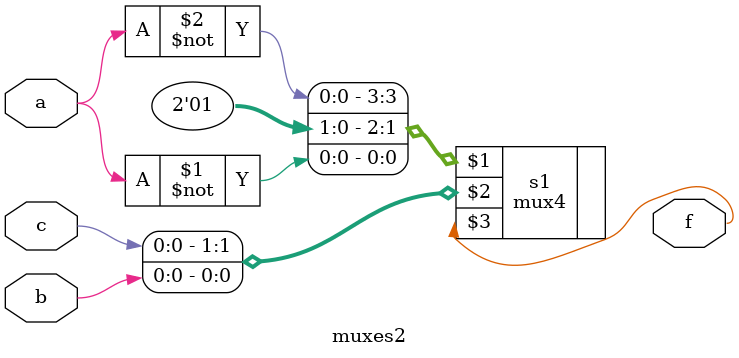
<source format=v>
module muxes2(a,b,c,f);
input a,b,c;
output f;
mux4 s1({~a,1'b0,1'b1,~a},{c,b},f);
endmodule

</source>
